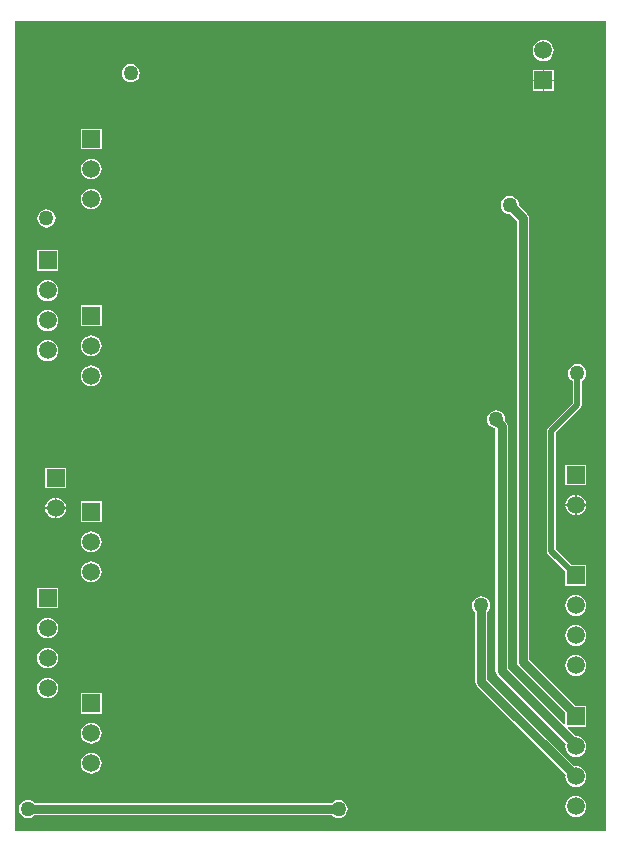
<source format=gbl>
G04*
G04 #@! TF.GenerationSoftware,Altium Limited,Altium Designer,20.2.4 (192)*
G04*
G04 Layer_Physical_Order=2*
G04 Layer_Color=16711680*
%FSLAX25Y25*%
%MOIN*%
G70*
G04*
G04 #@! TF.SameCoordinates,3D83C255-6E39-4F9F-9407-39FC17F4EAEB*
G04*
G04*
G04 #@! TF.FilePolarity,Positive*
G04*
G01*
G75*
%ADD32C,0.02000*%
%ADD35C,0.03000*%
%ADD43C,0.05906*%
%ADD44R,0.05906X0.05906*%
%ADD45C,0.02362*%
%ADD46C,0.05000*%
G36*
X198587Y1413D02*
X1512Y1413D01*
Y271480D01*
X198587D01*
Y1413D01*
D02*
G37*
%LPC*%
G36*
X177713Y264983D02*
X176811Y264864D01*
X175971Y264516D01*
X175250Y263963D01*
X174697Y263241D01*
X174349Y262401D01*
X174230Y261500D01*
X174349Y260599D01*
X174697Y259759D01*
X175250Y259037D01*
X175971Y258484D01*
X176811Y258136D01*
X177713Y258017D01*
X178614Y258136D01*
X179454Y258484D01*
X180175Y259037D01*
X180729Y259759D01*
X181077Y260599D01*
X181195Y261500D01*
X181077Y262401D01*
X180729Y263241D01*
X180175Y263963D01*
X179454Y264516D01*
X178614Y264864D01*
X177713Y264983D01*
D02*
G37*
G36*
X181165Y254953D02*
X177963D01*
Y251750D01*
X181165D01*
Y254953D01*
D02*
G37*
G36*
X177463D02*
X174260D01*
Y251750D01*
X177463D01*
Y254953D01*
D02*
G37*
G36*
X40157Y256963D02*
X39374Y256860D01*
X38644Y256557D01*
X38018Y256077D01*
X37537Y255450D01*
X37235Y254720D01*
X37132Y253937D01*
X37235Y253154D01*
X37537Y252424D01*
X38018Y251797D01*
X38644Y251316D01*
X39374Y251014D01*
X40157Y250911D01*
X40941Y251014D01*
X41670Y251316D01*
X42297Y251797D01*
X42778Y252424D01*
X43080Y253154D01*
X43183Y253937D01*
X43080Y254720D01*
X42778Y255450D01*
X42297Y256077D01*
X41670Y256557D01*
X40941Y256860D01*
X40157Y256963D01*
D02*
G37*
G36*
X181165Y251250D02*
X177963D01*
Y248047D01*
X181165D01*
Y251250D01*
D02*
G37*
G36*
X177463D02*
X174260D01*
Y248047D01*
X177463D01*
Y251250D01*
D02*
G37*
G36*
X30453Y235453D02*
X23547D01*
Y228547D01*
X30453D01*
Y235453D01*
D02*
G37*
G36*
X27000Y225483D02*
X26099Y225364D01*
X25259Y225016D01*
X24538Y224463D01*
X23984Y223741D01*
X23636Y222901D01*
X23517Y222000D01*
X23636Y221099D01*
X23984Y220259D01*
X24538Y219537D01*
X25259Y218984D01*
X26099Y218636D01*
X27000Y218517D01*
X27901Y218636D01*
X28741Y218984D01*
X29463Y219537D01*
X30016Y220259D01*
X30364Y221099D01*
X30483Y222000D01*
X30364Y222901D01*
X30016Y223741D01*
X29463Y224463D01*
X28741Y225016D01*
X27901Y225364D01*
X27000Y225483D01*
D02*
G37*
G36*
Y215482D02*
X26099Y215364D01*
X25259Y215016D01*
X24538Y214462D01*
X23984Y213741D01*
X23636Y212901D01*
X23517Y212000D01*
X23636Y211099D01*
X23984Y210259D01*
X24538Y209538D01*
X25259Y208984D01*
X26099Y208636D01*
X27000Y208518D01*
X27901Y208636D01*
X28741Y208984D01*
X29463Y209538D01*
X30016Y210259D01*
X30364Y211099D01*
X30483Y212000D01*
X30364Y212901D01*
X30016Y213741D01*
X29463Y214462D01*
X28741Y215016D01*
X27901Y215364D01*
X27000Y215482D01*
D02*
G37*
G36*
X12082Y208538D02*
X11299Y208435D01*
X10569Y208132D01*
X9942Y207651D01*
X9461Y207025D01*
X9159Y206295D01*
X9056Y205512D01*
X9159Y204729D01*
X9461Y203999D01*
X9942Y203372D01*
X10569Y202891D01*
X11299Y202589D01*
X12082Y202486D01*
X12865Y202589D01*
X13595Y202891D01*
X14221Y203372D01*
X14702Y203999D01*
X15004Y204729D01*
X15108Y205512D01*
X15004Y206295D01*
X14702Y207025D01*
X14221Y207651D01*
X13595Y208132D01*
X12865Y208435D01*
X12082Y208538D01*
D02*
G37*
G36*
X15878Y194953D02*
X8973D01*
Y188047D01*
X15878D01*
Y194953D01*
D02*
G37*
G36*
X12425Y184983D02*
X11524Y184864D01*
X10684Y184516D01*
X9963Y183963D01*
X9409Y183241D01*
X9061Y182401D01*
X8943Y181500D01*
X9061Y180599D01*
X9409Y179759D01*
X9963Y179037D01*
X10684Y178484D01*
X11524Y178136D01*
X12425Y178017D01*
X13327Y178136D01*
X14166Y178484D01*
X14888Y179037D01*
X15441Y179759D01*
X15789Y180599D01*
X15908Y181500D01*
X15789Y182401D01*
X15441Y183241D01*
X14888Y183963D01*
X14166Y184516D01*
X13327Y184864D01*
X12425Y184983D01*
D02*
G37*
G36*
X30453Y176528D02*
X23547D01*
Y169622D01*
X30453D01*
Y176528D01*
D02*
G37*
G36*
X12425Y174983D02*
X11524Y174864D01*
X10684Y174516D01*
X9963Y173962D01*
X9409Y173241D01*
X9061Y172401D01*
X8943Y171500D01*
X9061Y170599D01*
X9409Y169759D01*
X9963Y169037D01*
X10684Y168484D01*
X11524Y168136D01*
X12425Y168017D01*
X13327Y168136D01*
X14166Y168484D01*
X14888Y169037D01*
X15441Y169759D01*
X15789Y170599D01*
X15908Y171500D01*
X15789Y172401D01*
X15441Y173241D01*
X14888Y173962D01*
X14166Y174516D01*
X13327Y174864D01*
X12425Y174983D01*
D02*
G37*
G36*
X27000Y166557D02*
X26099Y166439D01*
X25259Y166091D01*
X24538Y165537D01*
X23984Y164816D01*
X23636Y163976D01*
X23517Y163075D01*
X23636Y162173D01*
X23984Y161334D01*
X24538Y160612D01*
X25259Y160059D01*
X26099Y159711D01*
X27000Y159592D01*
X27901Y159711D01*
X28741Y160059D01*
X29463Y160612D01*
X30016Y161334D01*
X30364Y162173D01*
X30483Y163075D01*
X30364Y163976D01*
X30016Y164816D01*
X29463Y165537D01*
X28741Y166091D01*
X27901Y166439D01*
X27000Y166557D01*
D02*
G37*
G36*
X12425Y164982D02*
X11524Y164864D01*
X10684Y164516D01*
X9963Y163962D01*
X9409Y163241D01*
X9061Y162401D01*
X8943Y161500D01*
X9061Y160599D01*
X9409Y159759D01*
X9963Y159037D01*
X10684Y158484D01*
X11524Y158136D01*
X12425Y158018D01*
X13327Y158136D01*
X14166Y158484D01*
X14888Y159037D01*
X15441Y159759D01*
X15789Y160599D01*
X15908Y161500D01*
X15789Y162401D01*
X15441Y163241D01*
X14888Y163962D01*
X14166Y164516D01*
X13327Y164864D01*
X12425Y164982D01*
D02*
G37*
G36*
X27000Y156557D02*
X26099Y156439D01*
X25259Y156091D01*
X24538Y155537D01*
X23984Y154816D01*
X23636Y153976D01*
X23517Y153075D01*
X23636Y152173D01*
X23984Y151333D01*
X24538Y150612D01*
X25259Y150059D01*
X26099Y149711D01*
X27000Y149592D01*
X27901Y149711D01*
X28741Y150059D01*
X29463Y150612D01*
X30016Y151333D01*
X30364Y152173D01*
X30483Y153075D01*
X30364Y153976D01*
X30016Y154816D01*
X29463Y155537D01*
X28741Y156091D01*
X27901Y156439D01*
X27000Y156557D01*
D02*
G37*
G36*
X191953Y123453D02*
X185047D01*
Y116547D01*
X191953D01*
Y123453D01*
D02*
G37*
G36*
X18559Y122453D02*
X11654D01*
Y115547D01*
X18559D01*
Y122453D01*
D02*
G37*
G36*
X188750Y113450D02*
Y110250D01*
X191950D01*
X191864Y110901D01*
X191516Y111741D01*
X190963Y112462D01*
X190241Y113016D01*
X189401Y113364D01*
X188750Y113450D01*
D02*
G37*
G36*
X188250D02*
X187599Y113364D01*
X186759Y113016D01*
X186038Y112462D01*
X185484Y111741D01*
X185136Y110901D01*
X185050Y110250D01*
X188250D01*
Y113450D01*
D02*
G37*
G36*
X15356Y112450D02*
Y109250D01*
X18556D01*
X18470Y109901D01*
X18122Y110741D01*
X17569Y111462D01*
X16848Y112016D01*
X16008Y112364D01*
X15356Y112450D01*
D02*
G37*
G36*
X14856D02*
X14205Y112364D01*
X13365Y112016D01*
X12644Y111462D01*
X12090Y110741D01*
X11742Y109901D01*
X11657Y109250D01*
X14856D01*
Y112450D01*
D02*
G37*
G36*
X191950Y109750D02*
X188750D01*
Y106550D01*
X189401Y106636D01*
X190241Y106984D01*
X190963Y107537D01*
X191516Y108259D01*
X191864Y109099D01*
X191950Y109750D01*
D02*
G37*
G36*
X188250D02*
X185050D01*
X185136Y109099D01*
X185484Y108259D01*
X186038Y107537D01*
X186759Y106984D01*
X187599Y106636D01*
X188250Y106550D01*
Y109750D01*
D02*
G37*
G36*
X18556Y108750D02*
X15356D01*
Y105550D01*
X16008Y105636D01*
X16848Y105984D01*
X17569Y106537D01*
X18122Y107259D01*
X18470Y108099D01*
X18556Y108750D01*
D02*
G37*
G36*
X14856D02*
X11657D01*
X11742Y108099D01*
X12090Y107259D01*
X12644Y106537D01*
X13365Y105984D01*
X14205Y105636D01*
X14856Y105550D01*
Y108750D01*
D02*
G37*
G36*
X30453Y111165D02*
X23547D01*
Y104260D01*
X30453D01*
Y111165D01*
D02*
G37*
G36*
X27000Y101195D02*
X26099Y101076D01*
X25259Y100729D01*
X24538Y100175D01*
X23984Y99454D01*
X23636Y98614D01*
X23517Y97713D01*
X23636Y96811D01*
X23984Y95971D01*
X24538Y95250D01*
X25259Y94697D01*
X26099Y94349D01*
X27000Y94230D01*
X27901Y94349D01*
X28741Y94697D01*
X29463Y95250D01*
X30016Y95971D01*
X30364Y96811D01*
X30483Y97713D01*
X30364Y98614D01*
X30016Y99454D01*
X29463Y100175D01*
X28741Y100729D01*
X27901Y101076D01*
X27000Y101195D01*
D02*
G37*
G36*
Y91195D02*
X26099Y91076D01*
X25259Y90729D01*
X24538Y90175D01*
X23984Y89454D01*
X23636Y88614D01*
X23517Y87713D01*
X23636Y86811D01*
X23984Y85971D01*
X24538Y85250D01*
X25259Y84697D01*
X26099Y84349D01*
X27000Y84230D01*
X27901Y84349D01*
X28741Y84697D01*
X29463Y85250D01*
X30016Y85971D01*
X30364Y86811D01*
X30483Y87713D01*
X30364Y88614D01*
X30016Y89454D01*
X29463Y90175D01*
X28741Y90729D01*
X27901Y91076D01*
X27000Y91195D01*
D02*
G37*
G36*
X188976Y156963D02*
X188193Y156860D01*
X187463Y156558D01*
X186837Y156077D01*
X186356Y155450D01*
X186054Y154720D01*
X185951Y153937D01*
X186054Y153154D01*
X186356Y152424D01*
X186837Y151797D01*
X187447Y151329D01*
Y143941D01*
X179234Y135727D01*
X178902Y135231D01*
X178786Y134646D01*
Y94685D01*
X178902Y94100D01*
X179234Y93604D01*
X185047Y87790D01*
Y83047D01*
X191953D01*
Y89953D01*
X187210D01*
X181844Y95319D01*
Y134012D01*
X190058Y142226D01*
X190389Y142722D01*
X190506Y143307D01*
Y151329D01*
X191116Y151797D01*
X191597Y152424D01*
X191899Y153154D01*
X192002Y153937D01*
X191899Y154720D01*
X191597Y155450D01*
X191116Y156077D01*
X190489Y156558D01*
X189760Y156860D01*
X188976Y156963D01*
D02*
G37*
G36*
X15878Y82453D02*
X8973D01*
Y75547D01*
X15878D01*
Y82453D01*
D02*
G37*
G36*
X188500Y79983D02*
X187599Y79864D01*
X186759Y79516D01*
X186038Y78962D01*
X185484Y78241D01*
X185136Y77401D01*
X185018Y76500D01*
X185136Y75599D01*
X185484Y74759D01*
X186038Y74037D01*
X186759Y73484D01*
X187599Y73136D01*
X188500Y73018D01*
X189401Y73136D01*
X190241Y73484D01*
X190963Y74037D01*
X191516Y74759D01*
X191864Y75599D01*
X191982Y76500D01*
X191864Y77401D01*
X191516Y78241D01*
X190963Y78962D01*
X190241Y79516D01*
X189401Y79864D01*
X188500Y79983D01*
D02*
G37*
G36*
X12425Y72483D02*
X11524Y72364D01*
X10684Y72016D01*
X9963Y71463D01*
X9409Y70741D01*
X9061Y69901D01*
X8943Y69000D01*
X9061Y68099D01*
X9409Y67259D01*
X9963Y66537D01*
X10684Y65984D01*
X11524Y65636D01*
X12425Y65517D01*
X13327Y65636D01*
X14166Y65984D01*
X14888Y66537D01*
X15441Y67259D01*
X15789Y68099D01*
X15908Y69000D01*
X15789Y69901D01*
X15441Y70741D01*
X14888Y71463D01*
X14166Y72016D01*
X13327Y72364D01*
X12425Y72483D01*
D02*
G37*
G36*
X188500Y69982D02*
X187599Y69864D01*
X186759Y69516D01*
X186038Y68963D01*
X185484Y68241D01*
X185136Y67401D01*
X185018Y66500D01*
X185136Y65599D01*
X185484Y64759D01*
X186038Y64038D01*
X186759Y63484D01*
X187599Y63136D01*
X188500Y63017D01*
X189401Y63136D01*
X190241Y63484D01*
X190963Y64038D01*
X191516Y64759D01*
X191864Y65599D01*
X191982Y66500D01*
X191864Y67401D01*
X191516Y68241D01*
X190963Y68963D01*
X190241Y69516D01*
X189401Y69864D01*
X188500Y69982D01*
D02*
G37*
G36*
X12425Y62483D02*
X11524Y62364D01*
X10684Y62016D01*
X9963Y61462D01*
X9409Y60741D01*
X9061Y59901D01*
X8943Y59000D01*
X9061Y58099D01*
X9409Y57259D01*
X9963Y56537D01*
X10684Y55984D01*
X11524Y55636D01*
X12425Y55518D01*
X13327Y55636D01*
X14166Y55984D01*
X14888Y56537D01*
X15441Y57259D01*
X15789Y58099D01*
X15908Y59000D01*
X15789Y59901D01*
X15441Y60741D01*
X14888Y61462D01*
X14166Y62016D01*
X13327Y62364D01*
X12425Y62483D01*
D02*
G37*
G36*
X188500Y59983D02*
X187599Y59864D01*
X186759Y59516D01*
X186038Y58963D01*
X185484Y58241D01*
X185136Y57401D01*
X185018Y56500D01*
X185136Y55599D01*
X185484Y54759D01*
X186038Y54037D01*
X186759Y53484D01*
X187599Y53136D01*
X188500Y53017D01*
X189401Y53136D01*
X190241Y53484D01*
X190963Y54037D01*
X191516Y54759D01*
X191864Y55599D01*
X191982Y56500D01*
X191864Y57401D01*
X191516Y58241D01*
X190963Y58963D01*
X190241Y59516D01*
X189401Y59864D01*
X188500Y59983D01*
D02*
G37*
G36*
X12425Y52482D02*
X11524Y52364D01*
X10684Y52016D01*
X9963Y51463D01*
X9409Y50741D01*
X9061Y49901D01*
X8943Y49000D01*
X9061Y48099D01*
X9409Y47259D01*
X9963Y46538D01*
X10684Y45984D01*
X11524Y45636D01*
X12425Y45518D01*
X13327Y45636D01*
X14166Y45984D01*
X14888Y46538D01*
X15441Y47259D01*
X15789Y48099D01*
X15908Y49000D01*
X15789Y49901D01*
X15441Y50741D01*
X14888Y51463D01*
X14166Y52016D01*
X13327Y52364D01*
X12425Y52482D01*
D02*
G37*
G36*
X30453Y47315D02*
X23547D01*
Y40409D01*
X30453D01*
Y47315D01*
D02*
G37*
G36*
X166500Y213026D02*
X165717Y212923D01*
X164987Y212620D01*
X164360Y212140D01*
X163880Y211513D01*
X163577Y210783D01*
X163474Y210000D01*
X163577Y209217D01*
X163880Y208487D01*
X164360Y207860D01*
X164987Y207380D01*
X165717Y207077D01*
X166500Y206974D01*
X166625Y206991D01*
X168827Y204789D01*
Y57634D01*
X168982Y56853D01*
X169424Y56192D01*
X185047Y40569D01*
Y36990D01*
X184585Y36799D01*
X165819Y55565D01*
Y136179D01*
X165819Y136179D01*
X165664Y136960D01*
X165222Y137621D01*
X165221Y137621D01*
X164946Y137896D01*
X165026Y138500D01*
X164923Y139283D01*
X164620Y140013D01*
X164140Y140640D01*
X163513Y141121D01*
X162783Y141423D01*
X162000Y141526D01*
X161217Y141423D01*
X160487Y141121D01*
X159860Y140640D01*
X159379Y140013D01*
X159077Y139283D01*
X158974Y138500D01*
X159077Y137717D01*
X159379Y136987D01*
X159860Y136360D01*
X160487Y135880D01*
X161217Y135577D01*
X161540Y135535D01*
X161740Y135335D01*
Y54720D01*
X161896Y53940D01*
X162338Y53278D01*
X185159Y30457D01*
X185136Y30401D01*
X185018Y29500D01*
X185136Y28599D01*
X185484Y27759D01*
X186038Y27038D01*
X186759Y26484D01*
X187599Y26136D01*
X188500Y26017D01*
X189401Y26136D01*
X190241Y26484D01*
X190963Y27038D01*
X191516Y27759D01*
X191864Y28599D01*
X191982Y29500D01*
X191864Y30401D01*
X191516Y31241D01*
X190963Y31962D01*
X190241Y32516D01*
X189401Y32864D01*
X188500Y32983D01*
X188413Y32971D01*
X185799Y35585D01*
X185990Y36047D01*
X191953D01*
Y42953D01*
X188431D01*
X172905Y58478D01*
Y205634D01*
X172750Y206414D01*
X172308Y207076D01*
X172308Y207076D01*
X169509Y209875D01*
X169526Y210000D01*
X169423Y210783D01*
X169121Y211513D01*
X168640Y212140D01*
X168013Y212620D01*
X167283Y212923D01*
X166500Y213026D01*
D02*
G37*
G36*
X27000Y37345D02*
X26099Y37226D01*
X25259Y36878D01*
X24538Y36325D01*
X23984Y35603D01*
X23636Y34764D01*
X23517Y33862D01*
X23636Y32961D01*
X23984Y32121D01*
X24538Y31400D01*
X25259Y30846D01*
X26099Y30498D01*
X27000Y30380D01*
X27901Y30498D01*
X28741Y30846D01*
X29463Y31400D01*
X30016Y32121D01*
X30364Y32961D01*
X30483Y33862D01*
X30364Y34764D01*
X30016Y35603D01*
X29463Y36325D01*
X28741Y36878D01*
X27901Y37226D01*
X27000Y37345D01*
D02*
G37*
G36*
Y27345D02*
X26099Y27226D01*
X25259Y26878D01*
X24538Y26325D01*
X23984Y25604D01*
X23636Y24764D01*
X23517Y23862D01*
X23636Y22961D01*
X23984Y22121D01*
X24538Y21400D01*
X25259Y20846D01*
X26099Y20498D01*
X27000Y20380D01*
X27901Y20498D01*
X28741Y20846D01*
X29463Y21400D01*
X30016Y22121D01*
X30364Y22961D01*
X30483Y23862D01*
X30364Y24764D01*
X30016Y25604D01*
X29463Y26325D01*
X28741Y26878D01*
X27901Y27226D01*
X27000Y27345D01*
D02*
G37*
G36*
X157000Y79526D02*
X156217Y79423D01*
X155487Y79120D01*
X154860Y78640D01*
X154379Y78013D01*
X154077Y77283D01*
X153974Y76500D01*
X154077Y75717D01*
X154379Y74987D01*
X154860Y74360D01*
X154961Y74283D01*
Y51000D01*
X155116Y50220D01*
X155558Y49558D01*
X185087Y20029D01*
X185018Y19500D01*
X185136Y18599D01*
X185484Y17759D01*
X186038Y17038D01*
X186759Y16484D01*
X187599Y16136D01*
X188500Y16017D01*
X189401Y16136D01*
X190241Y16484D01*
X190963Y17038D01*
X191516Y17759D01*
X191864Y18599D01*
X191982Y19500D01*
X191864Y20401D01*
X191516Y21241D01*
X190963Y21962D01*
X190241Y22516D01*
X189401Y22864D01*
X188500Y22983D01*
X187971Y22913D01*
X159039Y51845D01*
Y74283D01*
X159140Y74360D01*
X159620Y74987D01*
X159923Y75717D01*
X160026Y76500D01*
X159923Y77283D01*
X159620Y78013D01*
X159140Y78640D01*
X158513Y79120D01*
X157783Y79423D01*
X157000Y79526D01*
D02*
G37*
G36*
X109449Y11687D02*
X108666Y11584D01*
X107936Y11282D01*
X107309Y10801D01*
X107232Y10701D01*
X8122D01*
X8045Y10801D01*
X7418Y11282D01*
X6689Y11584D01*
X5906Y11687D01*
X5122Y11584D01*
X4393Y11282D01*
X3766Y10801D01*
X3285Y10174D01*
X2983Y9445D01*
X2880Y8661D01*
X2983Y7878D01*
X3285Y7148D01*
X3766Y6522D01*
X4393Y6041D01*
X5122Y5739D01*
X5906Y5635D01*
X6689Y5739D01*
X7418Y6041D01*
X8045Y6522D01*
X8122Y6622D01*
X107232D01*
X107309Y6522D01*
X107936Y6041D01*
X108666Y5739D01*
X109449Y5635D01*
X110232Y5739D01*
X110962Y6041D01*
X111588Y6522D01*
X112069Y7148D01*
X112372Y7878D01*
X112475Y8661D01*
X112372Y9445D01*
X112069Y10174D01*
X111588Y10801D01*
X110962Y11282D01*
X110232Y11584D01*
X109449Y11687D01*
D02*
G37*
G36*
X188500Y12982D02*
X187599Y12864D01*
X186759Y12516D01*
X186038Y11963D01*
X185484Y11241D01*
X185136Y10401D01*
X185018Y9500D01*
X185136Y8599D01*
X185484Y7759D01*
X186038Y7038D01*
X186759Y6484D01*
X187599Y6136D01*
X188500Y6018D01*
X189401Y6136D01*
X190241Y6484D01*
X190963Y7038D01*
X191516Y7759D01*
X191864Y8599D01*
X191982Y9500D01*
X191864Y10401D01*
X191516Y11241D01*
X190963Y11963D01*
X190241Y12516D01*
X189401Y12864D01*
X188500Y12982D01*
D02*
G37*
%LPD*%
D32*
X180315Y94685D02*
X188500Y86500D01*
X180315Y94685D02*
Y134646D01*
X188976Y143307D02*
Y153937D01*
X180315Y134646D02*
X188976Y143307D01*
D35*
X5906Y8661D02*
X109449D01*
X163779Y54720D02*
X188500Y30000D01*
X162000Y137959D02*
Y138500D01*
Y137959D02*
X163779Y136179D01*
Y54720D02*
Y136179D01*
X170866Y57634D02*
X188500Y40000D01*
X166500Y210000D02*
X170866Y205634D01*
Y57634D02*
Y205634D01*
X157000Y51000D02*
X188500Y19500D01*
X157000Y51000D02*
Y76500D01*
D43*
X188500Y110000D02*
D03*
X177713Y261500D02*
D03*
X188500Y56500D02*
D03*
Y66500D02*
D03*
Y76500D02*
D03*
X12425Y49000D02*
D03*
Y59000D02*
D03*
Y69000D02*
D03*
Y161500D02*
D03*
Y171500D02*
D03*
Y181500D02*
D03*
X27000Y23862D02*
D03*
Y33862D02*
D03*
Y97713D02*
D03*
Y87713D02*
D03*
Y163075D02*
D03*
Y153075D02*
D03*
Y222000D02*
D03*
Y212000D02*
D03*
X188500Y29500D02*
D03*
Y19500D02*
D03*
Y9500D02*
D03*
X15106Y109000D02*
D03*
D44*
X188500Y120000D02*
D03*
X177713Y251500D02*
D03*
X188500Y86500D02*
D03*
X12425Y79000D02*
D03*
Y191500D02*
D03*
X27000Y43862D02*
D03*
Y107713D02*
D03*
Y173075D02*
D03*
Y232000D02*
D03*
X188500Y39500D02*
D03*
X15106Y119000D02*
D03*
D45*
X195250Y265250D02*
D03*
Y255250D02*
D03*
Y245250D02*
D03*
Y235250D02*
D03*
Y225250D02*
D03*
Y215250D02*
D03*
Y205250D02*
D03*
Y195250D02*
D03*
Y185250D02*
D03*
Y175250D02*
D03*
Y165250D02*
D03*
Y155250D02*
D03*
Y145250D02*
D03*
Y135250D02*
D03*
Y125250D02*
D03*
Y115250D02*
D03*
Y105250D02*
D03*
Y95250D02*
D03*
Y85250D02*
D03*
Y75250D02*
D03*
Y65250D02*
D03*
Y55250D02*
D03*
Y45250D02*
D03*
Y35250D02*
D03*
Y25250D02*
D03*
Y15250D02*
D03*
Y5250D02*
D03*
X190250Y265250D02*
D03*
Y235250D02*
D03*
X192750Y230250D02*
D03*
X190250Y225250D02*
D03*
X192750Y220250D02*
D03*
Y210250D02*
D03*
X190250Y205250D02*
D03*
X192750Y200250D02*
D03*
X190250Y195250D02*
D03*
X192750Y190250D02*
D03*
X190250Y185250D02*
D03*
X192750Y180250D02*
D03*
Y150250D02*
D03*
Y140250D02*
D03*
X190250Y135250D02*
D03*
X192750Y130250D02*
D03*
X190250Y105250D02*
D03*
X192750Y100250D02*
D03*
X190250Y95250D02*
D03*
X192750Y80250D02*
D03*
Y70250D02*
D03*
Y60250D02*
D03*
Y50250D02*
D03*
X190250Y45250D02*
D03*
X187750Y230250D02*
D03*
X185250Y225250D02*
D03*
Y205250D02*
D03*
X187750Y200250D02*
D03*
X185250Y195250D02*
D03*
X187750Y190250D02*
D03*
X185250Y185250D02*
D03*
Y165250D02*
D03*
X187750Y160250D02*
D03*
X185250Y145250D02*
D03*
Y135250D02*
D03*
X187750Y130250D02*
D03*
X185250Y105250D02*
D03*
X187750Y100250D02*
D03*
X185250Y95250D02*
D03*
X187750Y50250D02*
D03*
X185250Y15250D02*
D03*
Y5250D02*
D03*
X180250Y245250D02*
D03*
X182750Y70250D02*
D03*
X180250Y65250D02*
D03*
X182750Y60250D02*
D03*
X180250Y55250D02*
D03*
X182750Y30250D02*
D03*
Y20250D02*
D03*
X180250Y15250D02*
D03*
Y5250D02*
D03*
X175250Y245250D02*
D03*
Y65250D02*
D03*
X177750Y60250D02*
D03*
X175250Y25250D02*
D03*
X177750Y20250D02*
D03*
X175250Y15250D02*
D03*
Y5250D02*
D03*
X170250Y235250D02*
D03*
Y225250D02*
D03*
Y215250D02*
D03*
X172750Y40250D02*
D03*
Y30250D02*
D03*
X170250Y25250D02*
D03*
X172750Y20250D02*
D03*
X170250Y15250D02*
D03*
Y5250D02*
D03*
X165250Y255250D02*
D03*
Y235250D02*
D03*
X167750Y230250D02*
D03*
X165250Y225250D02*
D03*
X167750Y220250D02*
D03*
X165250Y215250D02*
D03*
Y175250D02*
D03*
Y165250D02*
D03*
Y155250D02*
D03*
Y145250D02*
D03*
Y35250D02*
D03*
X167750Y30250D02*
D03*
X165250Y25250D02*
D03*
X167750Y20250D02*
D03*
X165250Y15250D02*
D03*
Y5250D02*
D03*
X160250Y255250D02*
D03*
X162750Y250250D02*
D03*
Y240250D02*
D03*
X160250Y235250D02*
D03*
X162750Y230250D02*
D03*
X160250Y225250D02*
D03*
X162750Y220250D02*
D03*
X160250Y215250D02*
D03*
X162750Y180250D02*
D03*
X160250Y175250D02*
D03*
X162750Y170250D02*
D03*
X160250Y165250D02*
D03*
X162750Y160250D02*
D03*
X160250Y155250D02*
D03*
X162750Y150250D02*
D03*
X160250Y145250D02*
D03*
Y105250D02*
D03*
Y95250D02*
D03*
Y85250D02*
D03*
X162750Y50250D02*
D03*
Y40250D02*
D03*
X160250Y35250D02*
D03*
X162750Y30250D02*
D03*
X160250Y25250D02*
D03*
X162750Y20250D02*
D03*
X160250Y15250D02*
D03*
Y5250D02*
D03*
X157750Y230250D02*
D03*
Y210250D02*
D03*
Y170250D02*
D03*
Y150250D02*
D03*
X155250Y145250D02*
D03*
Y85250D02*
D03*
X157750Y40250D02*
D03*
Y20250D02*
D03*
X155250Y15250D02*
D03*
Y5250D02*
D03*
X152750Y210250D02*
D03*
Y200250D02*
D03*
Y150250D02*
D03*
X150250Y145250D02*
D03*
Y85250D02*
D03*
X152750Y80250D02*
D03*
X150250Y75250D02*
D03*
X152750Y20250D02*
D03*
X150250Y15250D02*
D03*
Y5250D02*
D03*
X145250Y245250D02*
D03*
Y235250D02*
D03*
X147750Y230250D02*
D03*
X145250Y225250D02*
D03*
X147750Y220250D02*
D03*
X145250Y215250D02*
D03*
X147750Y210250D02*
D03*
Y200250D02*
D03*
X145250Y185250D02*
D03*
Y175250D02*
D03*
X147750Y170250D02*
D03*
X145250Y165250D02*
D03*
X147750Y160250D02*
D03*
X145250Y155250D02*
D03*
X147750Y150250D02*
D03*
X145250Y115250D02*
D03*
Y105250D02*
D03*
X147750Y100250D02*
D03*
X145250Y95250D02*
D03*
X147750Y90250D02*
D03*
X145250Y85250D02*
D03*
X147750Y80250D02*
D03*
X145250Y55250D02*
D03*
Y45250D02*
D03*
X147750Y40250D02*
D03*
X145250Y35250D02*
D03*
X147750Y30250D02*
D03*
X145250Y25250D02*
D03*
X147750Y20250D02*
D03*
X140250Y245250D02*
D03*
X142750Y240250D02*
D03*
X140250Y235250D02*
D03*
X142750Y230250D02*
D03*
X140250Y225250D02*
D03*
X142750Y220250D02*
D03*
X140250Y215250D02*
D03*
X142750Y210250D02*
D03*
X140250Y185250D02*
D03*
X142750Y180250D02*
D03*
X140250Y175250D02*
D03*
X142750Y170250D02*
D03*
X140250Y165250D02*
D03*
X142750Y160250D02*
D03*
X140250Y155250D02*
D03*
X142750Y150250D02*
D03*
X140250Y115250D02*
D03*
X142750Y110250D02*
D03*
X140250Y105250D02*
D03*
X142750Y100250D02*
D03*
X140250Y95250D02*
D03*
X142750Y90250D02*
D03*
X140250Y85250D02*
D03*
X142750Y80250D02*
D03*
X140250Y55250D02*
D03*
X142750Y50250D02*
D03*
X140250Y45250D02*
D03*
X142750Y40250D02*
D03*
X140250Y35250D02*
D03*
X142750Y30250D02*
D03*
X140250Y25250D02*
D03*
X142750Y20250D02*
D03*
X137750Y240250D02*
D03*
X135250Y235250D02*
D03*
X137750Y230250D02*
D03*
X135250Y225250D02*
D03*
X137750Y220250D02*
D03*
X135250Y215250D02*
D03*
X137750Y210250D02*
D03*
X135250Y185250D02*
D03*
X137750Y180250D02*
D03*
X135250Y175250D02*
D03*
X137750Y170250D02*
D03*
X135250Y165250D02*
D03*
X137750Y160250D02*
D03*
X135250Y155250D02*
D03*
Y135250D02*
D03*
Y115250D02*
D03*
X137750Y110250D02*
D03*
X135250Y105250D02*
D03*
X137750Y100250D02*
D03*
X135250Y95250D02*
D03*
X137750Y90250D02*
D03*
X135250Y85250D02*
D03*
X137750Y80250D02*
D03*
X135250Y55250D02*
D03*
X137750Y50250D02*
D03*
X135250Y45250D02*
D03*
X137750Y40250D02*
D03*
X135250Y35250D02*
D03*
X137750Y30250D02*
D03*
X135250Y25250D02*
D03*
X137750Y20250D02*
D03*
X135250Y5250D02*
D03*
X132750Y230250D02*
D03*
X130250Y225250D02*
D03*
X132750Y220250D02*
D03*
X130250Y215250D02*
D03*
X132750Y170250D02*
D03*
X130250Y165250D02*
D03*
X132750Y160250D02*
D03*
X130250Y155250D02*
D03*
Y135250D02*
D03*
X132750Y110250D02*
D03*
X130250Y105250D02*
D03*
X132750Y100250D02*
D03*
X130250Y95250D02*
D03*
X132750Y90250D02*
D03*
Y70250D02*
D03*
Y50250D02*
D03*
Y40250D02*
D03*
X130250Y35250D02*
D03*
X132750Y30250D02*
D03*
X130250Y25250D02*
D03*
Y5250D02*
D03*
X125250Y225250D02*
D03*
X127750Y220250D02*
D03*
X125250Y215250D02*
D03*
X127750Y170250D02*
D03*
X125250Y165250D02*
D03*
X127750Y160250D02*
D03*
X125250Y155250D02*
D03*
Y135250D02*
D03*
X127750Y100250D02*
D03*
X125250Y95250D02*
D03*
X127750Y90250D02*
D03*
Y70250D02*
D03*
Y40250D02*
D03*
X125250Y35250D02*
D03*
X127750Y30250D02*
D03*
X125250Y25250D02*
D03*
Y5250D02*
D03*
X120250Y225250D02*
D03*
X122750Y220250D02*
D03*
X120250Y215250D02*
D03*
Y175250D02*
D03*
Y165250D02*
D03*
X122750Y160250D02*
D03*
X120250Y155250D02*
D03*
Y135250D02*
D03*
X122750Y110250D02*
D03*
Y100250D02*
D03*
X120250Y95250D02*
D03*
X122750Y90250D02*
D03*
Y70250D02*
D03*
Y50250D02*
D03*
Y40250D02*
D03*
X120250Y35250D02*
D03*
X122750Y30250D02*
D03*
X120250Y25250D02*
D03*
Y5250D02*
D03*
X115250Y225250D02*
D03*
X117750Y220250D02*
D03*
X115250Y175250D02*
D03*
Y165250D02*
D03*
X117750Y160250D02*
D03*
X115250Y135250D02*
D03*
X117750Y110250D02*
D03*
Y100250D02*
D03*
Y70250D02*
D03*
Y50250D02*
D03*
Y40250D02*
D03*
X115250Y35250D02*
D03*
Y5250D02*
D03*
X110250Y255250D02*
D03*
Y175250D02*
D03*
Y135250D02*
D03*
X112750Y110250D02*
D03*
Y100250D02*
D03*
Y70250D02*
D03*
Y40250D02*
D03*
X105250Y255250D02*
D03*
Y175250D02*
D03*
X107750Y130250D02*
D03*
X105250Y125250D02*
D03*
X107750Y110250D02*
D03*
Y70250D02*
D03*
X105250Y65250D02*
D03*
X107750Y50250D02*
D03*
X105250Y5250D02*
D03*
X100250Y255250D02*
D03*
X102750Y250250D02*
D03*
X100250Y215250D02*
D03*
X102750Y190250D02*
D03*
X100250Y175250D02*
D03*
Y155250D02*
D03*
X102750Y140250D02*
D03*
Y130250D02*
D03*
X100250Y125250D02*
D03*
X102750Y110250D02*
D03*
X100250Y75250D02*
D03*
X102750Y60250D02*
D03*
Y50250D02*
D03*
X100250Y25250D02*
D03*
Y5250D02*
D03*
X95250Y255250D02*
D03*
X97750Y250250D02*
D03*
X95250Y215250D02*
D03*
X97750Y200250D02*
D03*
Y190250D02*
D03*
X95250Y175250D02*
D03*
Y155250D02*
D03*
X97750Y140250D02*
D03*
X95250Y135250D02*
D03*
X97750Y110250D02*
D03*
Y90250D02*
D03*
X95250Y75250D02*
D03*
X97750Y60250D02*
D03*
Y50250D02*
D03*
X95250Y25250D02*
D03*
Y5250D02*
D03*
X90250Y255250D02*
D03*
X92750Y250250D02*
D03*
X90250Y215250D02*
D03*
X92750Y200250D02*
D03*
Y190250D02*
D03*
X90250Y175250D02*
D03*
Y155250D02*
D03*
X92750Y140250D02*
D03*
X90250Y135250D02*
D03*
X92750Y130250D02*
D03*
Y110250D02*
D03*
Y90250D02*
D03*
X90250Y75250D02*
D03*
X92750Y70250D02*
D03*
X90250Y65250D02*
D03*
X92750Y50250D02*
D03*
X90250Y25250D02*
D03*
Y5250D02*
D03*
X85250Y255250D02*
D03*
X87750Y250250D02*
D03*
X85250Y215250D02*
D03*
Y175250D02*
D03*
Y155250D02*
D03*
X87750Y130250D02*
D03*
Y110250D02*
D03*
Y90250D02*
D03*
Y70250D02*
D03*
X85250Y65250D02*
D03*
X87750Y50250D02*
D03*
X85250Y25250D02*
D03*
Y5250D02*
D03*
X80250Y255250D02*
D03*
X82750Y250250D02*
D03*
X80250Y215250D02*
D03*
Y175250D02*
D03*
Y155250D02*
D03*
X82750Y110250D02*
D03*
Y90250D02*
D03*
Y50250D02*
D03*
X80250Y25250D02*
D03*
Y5250D02*
D03*
X75250Y255250D02*
D03*
X77750Y250250D02*
D03*
X75250Y215250D02*
D03*
X77750Y200250D02*
D03*
X75250Y175250D02*
D03*
Y155250D02*
D03*
X77750Y140250D02*
D03*
Y110250D02*
D03*
Y90250D02*
D03*
X75250Y75250D02*
D03*
X77750Y50250D02*
D03*
X75250Y25250D02*
D03*
X70250Y255250D02*
D03*
X72750Y250250D02*
D03*
X70250Y215250D02*
D03*
Y175250D02*
D03*
Y155250D02*
D03*
X72750Y140250D02*
D03*
Y110250D02*
D03*
Y90250D02*
D03*
Y50250D02*
D03*
X70250Y25250D02*
D03*
X65250Y255250D02*
D03*
X67750Y250250D02*
D03*
X65250Y155250D02*
D03*
X67750Y110250D02*
D03*
Y90250D02*
D03*
X65250Y25250D02*
D03*
X60250Y255250D02*
D03*
X62750Y250250D02*
D03*
Y120250D02*
D03*
X55250Y255250D02*
D03*
X57750Y250250D02*
D03*
X55250Y215250D02*
D03*
X57750Y80250D02*
D03*
Y20250D02*
D03*
X50250Y255250D02*
D03*
X52750Y250250D02*
D03*
X50250Y215250D02*
D03*
X52750Y80250D02*
D03*
Y20250D02*
D03*
X45250Y255250D02*
D03*
X47750Y250250D02*
D03*
X45250Y215250D02*
D03*
Y115250D02*
D03*
X47750Y80250D02*
D03*
X42750Y250250D02*
D03*
Y240250D02*
D03*
Y230250D02*
D03*
Y220250D02*
D03*
X40250Y215250D02*
D03*
X42750Y210250D02*
D03*
Y190250D02*
D03*
Y180250D02*
D03*
X40250Y175250D02*
D03*
X42750Y170250D02*
D03*
X40250Y165250D02*
D03*
X42750Y160250D02*
D03*
X40250Y155250D02*
D03*
X42750Y150250D02*
D03*
X40250Y125250D02*
D03*
Y115250D02*
D03*
X42750Y110250D02*
D03*
X40250Y105250D02*
D03*
X42750Y100250D02*
D03*
X40250Y95250D02*
D03*
X42750Y90250D02*
D03*
X40250Y85250D02*
D03*
X42750Y80250D02*
D03*
Y60250D02*
D03*
Y50250D02*
D03*
X40250Y45250D02*
D03*
X42750Y40250D02*
D03*
X40250Y35250D02*
D03*
X42750Y30250D02*
D03*
X40250Y25250D02*
D03*
X42750Y20250D02*
D03*
X37750Y240250D02*
D03*
X35250Y215250D02*
D03*
X37750Y190250D02*
D03*
Y180250D02*
D03*
X35250Y125250D02*
D03*
Y115250D02*
D03*
X37750Y80250D02*
D03*
Y60250D02*
D03*
Y50250D02*
D03*
X30250Y255250D02*
D03*
X32750Y240250D02*
D03*
Y190250D02*
D03*
Y180250D02*
D03*
X30250Y125250D02*
D03*
Y115250D02*
D03*
X32750Y80250D02*
D03*
Y60250D02*
D03*
Y50250D02*
D03*
X27750Y240250D02*
D03*
X25250Y125250D02*
D03*
Y115250D02*
D03*
X27750Y80250D02*
D03*
Y60250D02*
D03*
Y50250D02*
D03*
X20250Y205250D02*
D03*
Y125250D02*
D03*
Y115250D02*
D03*
Y105250D02*
D03*
X22750Y100250D02*
D03*
X20250Y95250D02*
D03*
X22750Y90250D02*
D03*
X20250Y85250D02*
D03*
X17750Y240250D02*
D03*
Y210250D02*
D03*
Y200250D02*
D03*
Y130250D02*
D03*
X15250Y125250D02*
D03*
X17750Y100250D02*
D03*
X15250Y95250D02*
D03*
X17750Y90250D02*
D03*
X15250Y85250D02*
D03*
X12750Y240250D02*
D03*
X10250Y235250D02*
D03*
X12750Y220250D02*
D03*
X10250Y215250D02*
D03*
X12750Y210250D02*
D03*
Y200250D02*
D03*
X10250Y135250D02*
D03*
X12750Y130250D02*
D03*
X10250Y125250D02*
D03*
Y115250D02*
D03*
Y105250D02*
D03*
X12750Y100250D02*
D03*
X10250Y95250D02*
D03*
X12750Y90250D02*
D03*
X10250Y85250D02*
D03*
Y5250D02*
D03*
X5250Y265250D02*
D03*
X7750Y260250D02*
D03*
X5250Y255250D02*
D03*
X7750Y250250D02*
D03*
X5250Y245250D02*
D03*
X7750Y240250D02*
D03*
X5250Y235250D02*
D03*
X7750Y230250D02*
D03*
D46*
X36220Y249213D02*
D03*
X40157Y253937D02*
D03*
X12082Y205512D02*
D03*
X136458Y149219D02*
D03*
X5906Y8661D02*
D03*
X109449D02*
D03*
X188976Y153937D02*
D03*
X162000Y138500D02*
D03*
X157000Y76500D02*
D03*
X166500Y210000D02*
D03*
X169500Y252500D02*
D03*
M02*

</source>
